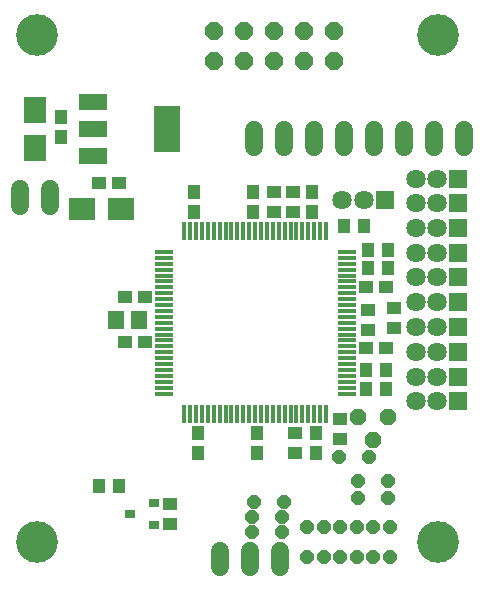
<source format=gbs>
G04 EAGLE Gerber X2 export*
%TF.Part,Single*%
%TF.FileFunction,Other,Bottom Solder Mask*%
%TF.FilePolarity,Positive*%
%TF.GenerationSoftware,Autodesk,EAGLE,9.1.3*%
%TF.CreationDate,2018-09-28T10:07:26Z*%
G75*
%MOIN*%
%FSLAX34Y34*%
%LPD*%
%AMOC8*
5,1,8,0,0,1.08239X$1,22.5*%
G01*
%ADD10C,0.138858*%
%ADD11R,0.044370X0.048307*%
%ADD12R,0.048307X0.044370*%
%ADD13R,0.056181X0.064055*%
%ADD14C,0.064055*%
%ADD15R,0.064055X0.064055*%
%ADD16R,0.015630X0.064055*%
%ADD17R,0.064055X0.015630*%
%ADD18P,0.063861X8X202.500000*%
%ADD19P,0.057367X8X202.500000*%
%ADD20P,0.050156X8X202.500000*%
%ADD21P,0.050156X8X112.500000*%
%ADD22P,0.050156X8X22.500000*%
%ADD23C,0.059000*%
%ADD24R,0.032559X0.028622*%
%ADD25R,0.095551X0.056181*%
%ADD26R,0.091614X0.154606*%
%ADD27R,0.089646X0.075866*%
%ADD28R,0.075866X0.089646*%


D10*
X14764Y1575D03*
X1378Y1575D03*
X1378Y18504D03*
X14764Y18504D03*
D11*
X8583Y13248D03*
X8583Y12579D03*
X6614Y13248D03*
X6614Y12579D03*
X10551Y13248D03*
X10551Y12579D03*
D12*
X13012Y10079D03*
X12343Y10079D03*
X13012Y8071D03*
X12343Y8071D03*
D11*
X10709Y4547D03*
X10709Y5217D03*
X8740Y4547D03*
X8740Y5217D03*
X6772Y4547D03*
X6772Y5217D03*
D12*
X4311Y8268D03*
X4980Y8268D03*
X4311Y9764D03*
X4980Y9764D03*
D13*
X4035Y8976D03*
X4783Y8976D03*
D14*
X14016Y13701D03*
X14724Y13701D03*
D15*
X15433Y13701D03*
D16*
X6299Y5846D03*
X6496Y5846D03*
X6693Y5846D03*
X6890Y5846D03*
X7087Y5846D03*
X7283Y5846D03*
X7480Y5846D03*
X7677Y5846D03*
X7874Y5846D03*
X8071Y5846D03*
X8268Y5846D03*
X8465Y5846D03*
X8661Y5846D03*
X8858Y5846D03*
X9055Y5846D03*
X9252Y5846D03*
X9449Y5846D03*
X9646Y5846D03*
X9843Y5846D03*
X10039Y5846D03*
X10236Y5846D03*
X10433Y5846D03*
X10630Y5846D03*
X10827Y5846D03*
X11024Y5846D03*
X6299Y11949D03*
X6496Y11949D03*
X6693Y11949D03*
X6890Y11949D03*
X7087Y11949D03*
X7283Y11949D03*
X7480Y11949D03*
X7677Y11949D03*
X7874Y11949D03*
X8071Y11949D03*
X8268Y11949D03*
X8465Y11949D03*
X8661Y11949D03*
X8858Y11949D03*
X9055Y11949D03*
X9252Y11949D03*
X9449Y11949D03*
X9646Y11949D03*
X9843Y11949D03*
X10039Y11949D03*
X10236Y11949D03*
X10433Y11949D03*
X10630Y11949D03*
X10827Y11949D03*
X11024Y11949D03*
D17*
X11713Y11260D03*
X11713Y11063D03*
X11713Y10866D03*
X11713Y10669D03*
X11713Y10472D03*
X11713Y10276D03*
X11713Y10079D03*
X11713Y9882D03*
X11713Y9685D03*
X11713Y9488D03*
X11713Y9291D03*
X11713Y9094D03*
X11713Y8898D03*
X11713Y8701D03*
X11713Y8504D03*
X11713Y8307D03*
X11713Y8110D03*
X11713Y7913D03*
X11713Y7717D03*
X11713Y7520D03*
X11713Y7323D03*
X11713Y7126D03*
X11713Y6929D03*
X11713Y6732D03*
X11713Y6535D03*
X5610Y6535D03*
X5610Y6732D03*
X5610Y6929D03*
X5610Y7126D03*
X5610Y7323D03*
X5610Y7520D03*
X5610Y7717D03*
X5610Y7913D03*
X5610Y8110D03*
X5610Y8307D03*
X5610Y8504D03*
X5610Y8701D03*
X5610Y8898D03*
X5610Y9094D03*
X5610Y9291D03*
X5610Y9488D03*
X5610Y9685D03*
X5610Y9882D03*
X5610Y10079D03*
X5610Y10276D03*
X5610Y10472D03*
X5610Y10669D03*
X5610Y10866D03*
X5610Y11063D03*
X5610Y11260D03*
D18*
X11291Y18610D03*
X11291Y17610D03*
X10291Y18610D03*
X10291Y17610D03*
X9291Y18610D03*
X9291Y17610D03*
X8291Y18610D03*
X8291Y17610D03*
X7291Y18610D03*
X7291Y17610D03*
D14*
X11575Y12992D03*
X12283Y12992D03*
D15*
X12992Y12992D03*
D12*
X9921Y13248D03*
X9921Y12579D03*
X9291Y12579D03*
X9291Y13248D03*
D14*
X14016Y12894D03*
X14724Y12894D03*
D15*
X15433Y12894D03*
D14*
X14016Y12067D03*
X14724Y12067D03*
D15*
X15433Y12067D03*
D11*
X12303Y12126D03*
X11634Y12126D03*
D14*
X14016Y11240D03*
X14724Y11240D03*
D15*
X15433Y11240D03*
D11*
X13091Y10709D03*
X12421Y10709D03*
X12421Y11339D03*
X13091Y11339D03*
D14*
X14016Y10413D03*
X14724Y10413D03*
D15*
X15433Y10413D03*
D14*
X14016Y9587D03*
X14724Y9587D03*
D15*
X15433Y9587D03*
D14*
X14016Y8760D03*
X14724Y8760D03*
D15*
X15433Y8760D03*
D12*
X13307Y8720D03*
X13307Y9390D03*
X12441Y9311D03*
X12441Y8642D03*
D14*
X14016Y7933D03*
X14724Y7933D03*
D15*
X15433Y7933D03*
D14*
X14016Y7106D03*
X14724Y7106D03*
D15*
X15433Y7106D03*
D14*
X14016Y6280D03*
X14724Y6280D03*
D15*
X15433Y6280D03*
D11*
X13012Y6693D03*
X12343Y6693D03*
X12343Y7323D03*
X13012Y7323D03*
D19*
X12098Y5748D03*
X12598Y4998D03*
X13098Y5748D03*
D20*
X12469Y4409D03*
X11469Y4409D03*
D12*
X11496Y5689D03*
X11496Y5020D03*
X10000Y5217D03*
X10000Y4547D03*
D20*
X13098Y3622D03*
X12098Y3622D03*
X13098Y3071D03*
X12098Y3071D03*
D21*
X13150Y1075D03*
X13150Y2075D03*
X12598Y1075D03*
X12598Y2075D03*
X12047Y1075D03*
X12047Y2075D03*
X11496Y1075D03*
X11496Y2075D03*
X10945Y1075D03*
X10945Y2075D03*
X10394Y1075D03*
X10394Y2075D03*
D22*
X8634Y2913D03*
X9634Y2913D03*
X8555Y2421D03*
X9555Y2421D03*
X8555Y1929D03*
X9555Y1929D03*
D23*
X9504Y1294D02*
X9504Y754D01*
X8504Y754D02*
X8504Y1294D01*
X7504Y1294D02*
X7504Y754D01*
D11*
X4114Y3465D03*
X3445Y3465D03*
D23*
X15626Y14769D02*
X15626Y15309D01*
X14626Y15309D02*
X14626Y14769D01*
X13626Y14769D02*
X13626Y15309D01*
X12626Y15309D02*
X12626Y14769D01*
X11626Y14769D02*
X11626Y15309D01*
X9626Y15309D02*
X9626Y14769D01*
X10626Y14769D02*
X10626Y15309D01*
X8626Y15309D02*
X8626Y14769D01*
D24*
X5276Y2894D03*
X4488Y2520D03*
X5276Y2146D03*
D12*
X5827Y2854D03*
X5827Y2185D03*
D25*
X3248Y14449D03*
X3248Y15354D03*
X3248Y16260D03*
D26*
X5728Y15354D03*
D12*
X4114Y13543D03*
X3445Y13543D03*
D27*
X4183Y12677D03*
X2904Y12677D03*
D23*
X1839Y12801D02*
X1839Y13341D01*
X839Y13341D02*
X839Y12801D01*
D11*
X2205Y15768D03*
X2205Y15098D03*
D28*
X1339Y15994D03*
X1339Y14715D03*
M02*

</source>
